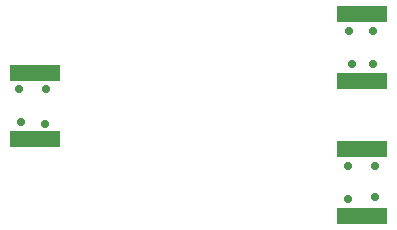
<source format=gbr>
G04 EAGLE Gerber RS-274X export*
G75*
%MOMM*%
%FSLAX34Y34*%
%LPD*%
%INSoldermask Bottom*%
%IPPOS*%
%AMOC8*
5,1,8,0,0,1.08239X$1,22.5*%
G01*
%ADD10R,4.327000X1.477000*%
%ADD11C,0.731000*%


D10*
X572230Y461320D03*
X572230Y404820D03*
X848900Y454350D03*
X848900Y510850D03*
X848900Y340050D03*
X848900Y396550D03*
D11*
X560070Y419100D03*
X836930Y382270D03*
X840740Y468630D03*
X859790Y355600D03*
X859790Y382270D03*
X836930Y354330D03*
X858520Y496570D03*
X838200Y496570D03*
X858520Y468630D03*
X581660Y447040D03*
X580390Y417830D03*
X558800Y447040D03*
M02*

</source>
